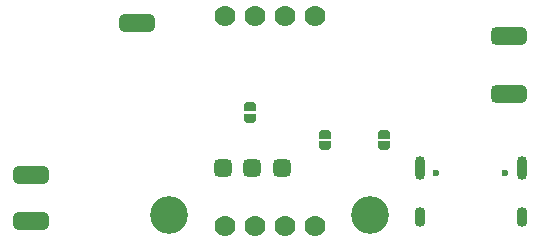
<source format=gbr>
%TF.GenerationSoftware,KiCad,Pcbnew,(6.0.5)*%
%TF.CreationDate,2022-12-07T13:08:00-05:00*%
%TF.ProjectId,Rotini-Hardware,526f7469-6e69-42d4-9861-726477617265,rev?*%
%TF.SameCoordinates,Original*%
%TF.FileFunction,Soldermask,Bot*%
%TF.FilePolarity,Negative*%
%FSLAX46Y46*%
G04 Gerber Fmt 4.6, Leading zero omitted, Abs format (unit mm)*
G04 Created by KiCad (PCBNEW (6.0.5)) date 2022-12-07 13:08:00*
%MOMM*%
%LPD*%
G01*
G04 APERTURE LIST*
G04 Aperture macros list*
%AMRoundRect*
0 Rectangle with rounded corners*
0 $1 Rounding radius*
0 $2 $3 $4 $5 $6 $7 $8 $9 X,Y pos of 4 corners*
0 Add a 4 corners polygon primitive as box body*
4,1,4,$2,$3,$4,$5,$6,$7,$8,$9,$2,$3,0*
0 Add four circle primitives for the rounded corners*
1,1,$1+$1,$2,$3*
1,1,$1+$1,$4,$5*
1,1,$1+$1,$6,$7*
1,1,$1+$1,$8,$9*
0 Add four rect primitives between the rounded corners*
20,1,$1+$1,$2,$3,$4,$5,0*
20,1,$1+$1,$4,$5,$6,$7,0*
20,1,$1+$1,$6,$7,$8,$9,0*
20,1,$1+$1,$8,$9,$2,$3,0*%
%AMFreePoly0*
4,1,13,0.095671,0.480970,0.176777,0.426777,0.230970,0.345671,0.250000,0.250000,0.250000,-0.250000,0.230970,-0.345671,0.176777,-0.426777,0.095671,-0.480970,0.000000,-0.500000,-0.500000,-0.500000,-0.500000,0.500000,0.000000,0.500000,0.095671,0.480970,0.095671,0.480970,$1*%
%AMFreePoly1*
4,1,13,0.500000,-0.500000,0.000000,-0.500000,-0.095671,-0.480970,-0.176777,-0.426777,-0.230970,-0.345671,-0.250000,-0.250000,-0.250000,0.250000,-0.230970,0.345671,-0.176777,0.426777,-0.095671,0.480970,0.000000,0.500000,0.500000,0.500000,0.500000,-0.500000,0.500000,-0.500000,$1*%
G04 Aperture macros list end*
%ADD10RoundRect,0.375000X0.375000X-0.375000X0.375000X0.375000X-0.375000X0.375000X-0.375000X-0.375000X0*%
%ADD11RoundRect,0.375000X1.125000X-0.375000X1.125000X0.375000X-1.125000X0.375000X-1.125000X-0.375000X0*%
%ADD12RoundRect,0.375000X-0.375000X0.375000X-0.375000X-0.375000X0.375000X-0.375000X0.375000X0.375000X0*%
%ADD13RoundRect,0.375000X-1.125000X0.375000X-1.125000X-0.375000X1.125000X-0.375000X1.125000X0.375000X0*%
%ADD14RoundRect,0.375000X-0.375000X-0.375000X0.375000X-0.375000X0.375000X0.375000X-0.375000X0.375000X0*%
%ADD15C,3.200000*%
%ADD16FreePoly0,90.000000*%
%ADD17FreePoly1,90.000000*%
%ADD18C,1.778000*%
%ADD19C,0.600000*%
%ADD20O,0.900000X2.000000*%
%ADD21O,0.900000X1.700000*%
%ADD22FreePoly0,270.000000*%
%ADD23FreePoly1,270.000000*%
G04 APERTURE END LIST*
D10*
%TO.C,J208*%
X19500000Y7150000D03*
D11*
X20250000Y7150000D03*
%TD*%
D10*
%TO.C,J207*%
X19500000Y2250000D03*
D11*
X20250000Y2250000D03*
%TD*%
D12*
%TO.C,J206*%
X-19500000Y-4600000D03*
D13*
X-20250000Y-4600000D03*
%TD*%
D12*
%TO.C,J205*%
X-19500000Y-8500000D03*
D13*
X-20250000Y-8500000D03*
%TD*%
D14*
%TO.C,TP3*%
X-4000000Y-4000000D03*
%TD*%
D15*
%TO.C,*%
X-8500000Y-8000000D03*
%TD*%
D11*
%TO.C,J61*%
X-11200000Y8300000D03*
D10*
X-11950000Y8300000D03*
%TD*%
D14*
%TO.C,TP2*%
X-1500000Y-4000000D03*
%TD*%
%TO.C,TP1*%
X1000000Y-4000000D03*
%TD*%
D15*
%TO.C,*%
X8500000Y-8000000D03*
%TD*%
D16*
%TO.C,JP2*%
X4700000Y-1000000D03*
D17*
X4700000Y-2200000D03*
%TD*%
D16*
%TO.C,JP60*%
X-1700000Y1300000D03*
D17*
X-1700000Y100000D03*
%TD*%
D18*
%TO.C,U30*%
X3810000Y-8890000D03*
X1270000Y-8890000D03*
X-1270000Y-8890000D03*
X-3810000Y-8890000D03*
X-3810000Y8890000D03*
X-1270000Y8890000D03*
X1270000Y8890000D03*
X3810000Y8890000D03*
%TD*%
D19*
%TO.C,U52*%
X14110000Y-4465000D03*
X19890000Y-4465000D03*
D20*
X12680000Y-3985000D03*
D21*
X21320000Y-8155000D03*
X12680000Y-8155000D03*
D20*
X21320000Y-3985000D03*
%TD*%
D22*
%TO.C,JP1*%
X9700000Y-2200000D03*
D23*
X9700000Y-1000000D03*
%TD*%
M02*

</source>
